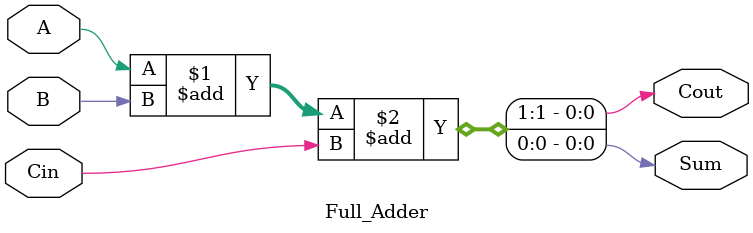
<source format=v>
`timescale 1ns / 1ps



module Full_Adder(
input A,
input B,
input Cin,
output Sum,
output Cout
    );
    
    assign {Cout, Sum} = A + B + Cin;
    
endmodule

</source>
